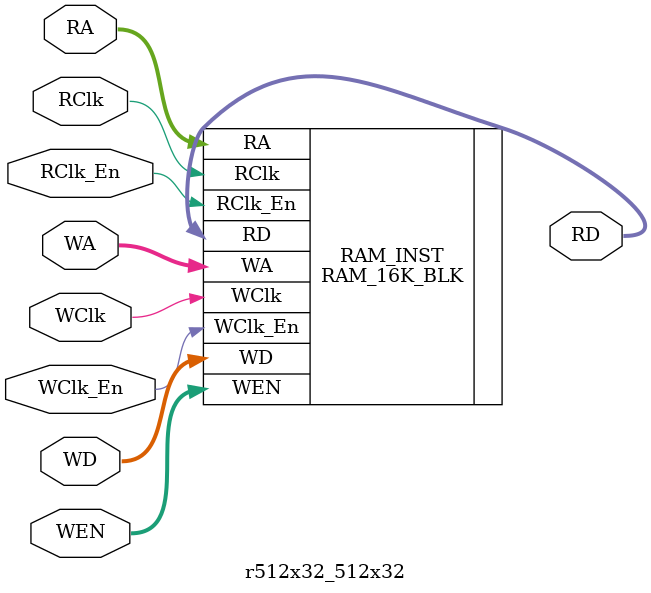
<source format=v>
module r512x32_512x32 (WA,RA,WD,WClk,RClk,WClk_En,RClk_En,WEN,RD);

input [8:0] WA;
input [8:0] RA;
input WClk,RClk;
input WClk_En,RClk_En;
input [3:0] WEN;
input [31:0] WD;
output [31:0] RD;

parameter [16383:0] INIT = 16384'b0;
parameter INIT_FILE="init_512x32.hex";	

parameter addr_int = 9 ;
parameter data_depth_int = 512;
parameter data_width_int = 32;
parameter wr_enable_int = 4;
parameter reg_rd_int = 0;

RAM_16K_BLK #(.addr_int(addr_int),.data_depth_int(data_depth_int),.data_width_int(data_width_int),.wr_enable_int(wr_enable_int),.reg_rd_int(reg_rd_int),
			  .INIT(INIT),.INIT_FILE(INIT_FILE)
			  )
RAM_INST (	.WA(WA),
			.RA(RA),
			.WD(WD),
			.WClk(WClk),
			.RClk(RClk),
			.WClk_En(WClk_En),
			.RClk_En(RClk_En),
			.WEN(WEN),
			.RD(RD)
			);

endmodule


</source>
